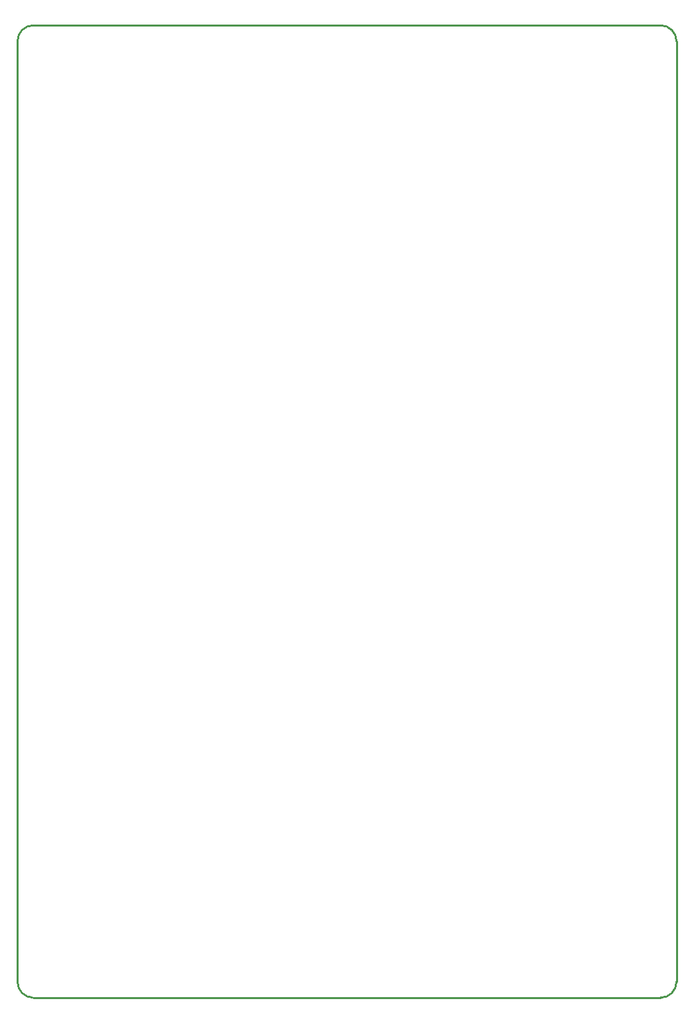
<source format=gm1>
G04*
G04 #@! TF.GenerationSoftware,Altium Limited,Altium Designer,25.3.2 (17)*
G04*
G04 Layer_Color=16711935*
%FSLAX43Y43*%
%MOMM*%
G71*
G04*
G04 #@! TF.SameCoordinates,9A78E016-BF11-4ED0-8CD3-159F53B44DCF*
G04*
G04*
G04 #@! TF.FilePolarity,Positive*
G04*
G01*
G75*
%ADD12C,0.254*%
D12*
X2000Y124000D02*
G03*
X0Y122000I0J-2000D01*
G01*
X84000D02*
G03*
X82000Y124000I-2000J0D01*
G01*
Y0D02*
G03*
X84000Y2000I0J2000D01*
G01*
X0D02*
G03*
X2000Y0I2000J0D01*
G01*
X82000D01*
X0Y2000D02*
Y122000D01*
X2000Y124000D02*
X82000D01*
X84000Y2000D02*
Y122000D01*
M02*

</source>
